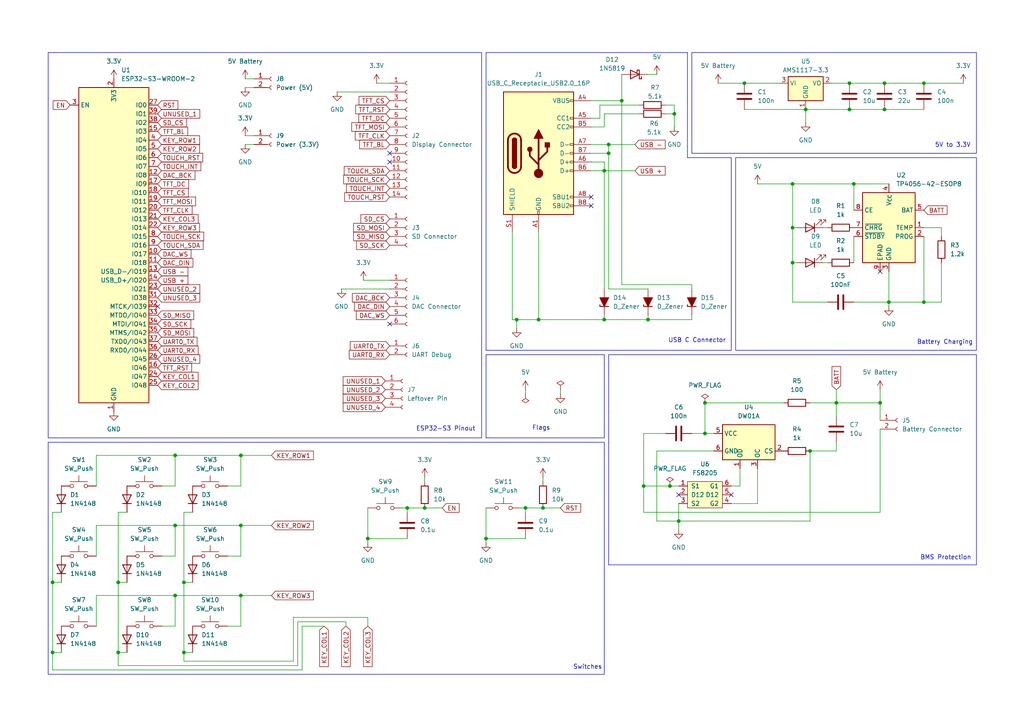
<source format=kicad_sch>
(kicad_sch (version 20250114) (generator "eeschema") (generator_version "9.0")
  (paper "A4")
  (rectangle (start 13.97 15.24) (end 139.7 127))
  (rectangle (start 13.97 128.27) (end 175.26 195.58))
  (rectangle (start 200.66 15.24) (end 283.21 44.45))
  (rectangle (start 213.36 45.72) (end 283.21 101.6))
  (text "5V to 3.3V" (at 276.352 42.164 0) (effects (font (size 1.27 1.27))))
  (text "Flags" (at 156.972 124.206 0) (effects (font (size 1.27 1.27))))
  (text "BMS Protection" (at 274.32 161.798 0) (effects (font (size 1.27 1.27))))
  (text "Switches" (at 170.434 193.548 0) (effects (font (size 1.27 1.27))))
  (text "ESP32-S3 Pinout" (at 129.286 124.46 0) (effects (font (size 1.27 1.27))))
  (text "Battery Charging" (at 274.066 99.314 0) (effects (font (size 1.27 1.27))))
  (text "USB C Connector" (at 202.184 98.806 0) (effects (font (size 1.27 1.27))))
  (junction (at 53.34 168.91))
  (junction (at 229.87 66.04))
  (junction (at 186.69 140.97))
  (junction (at 69.85 132.08))
  (junction (at 50.8 172.72))
  (junction (at 194.31 140.97))
  (junction (at 229.87 76.2))
  (junction (at 233.68 31.75))
  (junction (at 246.38 24.13))
  (junction (at 256.54 31.75))
  (junction (at 180.34 29.21))
  (junction (at 140.97 156.21))
  (junction (at 69.85 172.72))
  (junction (at 247.65 53.34))
  (junction (at 149.86 92.71))
  (junction (at 246.38 31.75))
  (junction (at 242.57 116.84))
  (junction (at 156.21 92.71))
  (junction (at 215.9 24.13))
  (junction (at 15.24 189.23))
  (junction (at 195.58 33.02))
  (junction (at 69.85 152.4))
  (junction (at 229.87 53.34))
  (junction (at 106.68 156.21))
  (junction (at 53.34 189.23))
  (junction (at 152.4 147.32))
  (junction (at 123.19 147.32))
  (junction (at 157.48 147.32))
  (junction (at 234.95 130.81))
  (junction (at 175.26 92.71))
  (junction (at 255.27 116.84))
  (junction (at 50.8 152.4))
  (junction (at 267.97 87.63))
  (junction (at 267.97 24.13))
  (junction (at 204.47 125.73))
  (junction (at 34.29 189.23))
  (junction (at 34.29 168.91))
  (junction (at 118.11 147.32))
  (junction (at 196.85 151.13))
  (junction (at 50.8 132.08))
  (junction (at 176.53 44.45))
  (junction (at 175.26 49.53))
  (junction (at 187.96 92.71))
  (junction (at 204.47 116.84))
  (junction (at 256.54 24.13))
  (junction (at 15.24 168.91))
  (junction (at 176.53 41.91))
  (junction (at 257.81 87.63))
  (no_connect (at 171.45 59.69))
  (no_connect (at 171.45 57.15))
  (no_connect (at 45.72 88.9))
  (no_connect (at 113.03 93.98))
  (no_connect (at 212.09 143.51))
  (no_connect (at 113.03 44.45))
  (no_connect (at 255.27 78.74))
  (no_connect (at 196.85 143.51))
  (no_connect (at 113.03 46.99))
  (wire (pts (xy 200.66 92.71) (xy 200.66 91.44)))
  (wire (pts (xy 152.4 147.32) (xy 151.13 147.32)))
  (wire (pts (xy 196.85 151.13) (xy 196.85 153.67)))
  (wire (pts (xy 71.12 22.86) (xy 73.66 22.86)))
  (wire (pts (xy 175.26 36.83) (xy 175.26 33.02)))
  (wire (pts (xy 85.09 179.07) (xy 85.09 191.77)))
  (wire (pts (xy 238.76 66.04) (xy 240.03 66.04)))
  (wire (pts (xy 207.01 130.81) (xy 190.5 130.81)))
  (wire (pts (xy 233.68 31.75) (xy 233.68 35.56)))
  (wire (pts (xy 195.58 30.48) (xy 195.58 33.02)))
  (wire (pts (xy 187.96 92.71) (xy 200.66 92.71)))
  (wire (pts (xy 34.29 168.91) (xy 34.29 189.23)))
  (wire (pts (xy 149.86 92.71) (xy 149.86 95.25)))
  (wire (pts (xy 50.8 181.61) (xy 50.8 172.72)))
  (wire (pts (xy 86.36 180.34) (xy 86.36 193.04)))
  (wire (pts (xy 152.4 114.3) (xy 152.4 113.03)))
  (wire (pts (xy 175.26 92.71) (xy 187.96 92.71)))
  (wire (pts (xy 171.45 29.21) (xy 180.34 29.21)))
  (wire (pts (xy 97.79 26.67) (xy 113.03 26.67)))
  (wire (pts (xy 175.26 49.53) (xy 175.26 83.82)))
  (polyline (pts (xy 283.21 102.87) (xy 176.53 102.87)))
  (polyline (pts (xy 175.26 118.11) (xy 175.26 118.11)))
  (wire (pts (xy 157.48 138.43) (xy 157.48 139.7)))
  (wire (pts (xy 87.63 194.31) (xy 15.24 194.31)))
  (wire (pts (xy 196.85 151.13) (xy 196.85 146.05)))
  (wire (pts (xy 273.05 66.04) (xy 273.05 68.58)))
  (polyline (pts (xy 176.53 119.38) (xy 176.53 119.38)))
  (polyline (pts (xy 140.97 101.6) (xy 140.97 15.24)))
  (wire (pts (xy 176.53 83.82) (xy 176.53 44.45)))
  (wire (pts (xy 34.29 189.23) (xy 36.83 189.23)))
  (wire (pts (xy 156.21 67.31) (xy 156.21 92.71)))
  (wire (pts (xy 171.45 41.91) (xy 176.53 41.91)))
  (wire (pts (xy 242.57 116.84) (xy 255.27 116.84)))
  (wire (pts (xy 229.87 53.34) (xy 229.87 66.04)))
  (wire (pts (xy 34.29 148.59) (xy 36.83 148.59)))
  (wire (pts (xy 118.11 156.21) (xy 106.68 156.21)))
  (wire (pts (xy 212.09 140.97) (xy 214.63 140.97)))
  (wire (pts (xy 15.24 189.23) (xy 17.78 189.23)))
  (wire (pts (xy 240.03 87.63) (xy 229.87 87.63)))
  (wire (pts (xy 106.68 181.61) (xy 106.68 179.07)))
  (wire (pts (xy 100.33 180.34) (xy 100.33 181.61)))
  (wire (pts (xy 105.41 81.28) (xy 113.03 81.28)))
  (wire (pts (xy 256.54 24.13) (xy 267.97 24.13)))
  (wire (pts (xy 175.26 49.53) (xy 184.15 49.53)))
  (wire (pts (xy 148.59 67.31) (xy 148.59 92.71)))
  (wire (pts (xy 171.45 36.83) (xy 175.26 36.83)))
  (wire (pts (xy 34.29 193.04) (xy 34.29 189.23)))
  (wire (pts (xy 55.88 168.91) (xy 53.34 168.91)))
  (wire (pts (xy 196.85 140.97) (xy 194.31 140.97)))
  (wire (pts (xy 273.05 87.63) (xy 267.97 87.63)))
  (wire (pts (xy 171.45 49.53) (xy 175.26 49.53)))
  (wire (pts (xy 69.85 172.72) (xy 69.85 181.61)))
  (wire (pts (xy 36.83 168.91) (xy 34.29 168.91)))
  (wire (pts (xy 234.95 130.81) (xy 242.57 130.81)))
  (wire (pts (xy 242.57 116.84) (xy 242.57 113.03)))
  (polyline (pts (xy 176.53 163.83) (xy 283.21 163.83)))
  (wire (pts (xy 247.65 87.63) (xy 257.81 87.63)))
  (wire (pts (xy 50.8 152.4) (xy 27.94 152.4)))
  (wire (pts (xy 53.34 191.77) (xy 53.34 189.23)))
  (wire (pts (xy 175.26 91.44) (xy 175.26 92.71)))
  (polyline (pts (xy 212.09 101.6) (xy 140.97 101.6)))
  (wire (pts (xy 87.63 181.61) (xy 87.63 194.31)))
  (wire (pts (xy 66.04 161.29) (xy 69.85 161.29)))
  (wire (pts (xy 106.68 179.07) (xy 85.09 179.07)))
  (wire (pts (xy 200.66 125.73) (xy 204.47 125.73)))
  (wire (pts (xy 195.58 33.02) (xy 195.58 36.83)))
  (wire (pts (xy 118.11 147.32) (xy 118.11 148.59)))
  (wire (pts (xy 100.33 180.34) (xy 86.36 180.34)))
  (wire (pts (xy 257.81 87.63) (xy 257.81 88.9)))
  (wire (pts (xy 46.99 140.97) (xy 50.8 140.97)))
  (wire (pts (xy 229.87 76.2) (xy 229.87 87.63)))
  (wire (pts (xy 175.26 49.53) (xy 175.26 46.99)))
  (polyline (pts (xy 199.39 15.24) (xy 199.39 45.72)))
  (wire (pts (xy 171.45 46.99) (xy 175.26 46.99)))
  (wire (pts (xy 180.34 21.59) (xy 180.34 29.21)))
  (wire (pts (xy 246.38 24.13) (xy 256.54 24.13)))
  (wire (pts (xy 15.24 194.31) (xy 15.24 189.23)))
  (wire (pts (xy 219.71 146.05) (xy 219.71 135.89)))
  (wire (pts (xy 257.81 78.74) (xy 257.81 87.63)))
  (wire (pts (xy 234.95 116.84) (xy 242.57 116.84)))
  (wire (pts (xy 229.87 53.34) (xy 247.65 53.34)))
  (wire (pts (xy 215.9 31.75) (xy 233.68 31.75)))
  (wire (pts (xy 106.68 156.21) (xy 106.68 157.48)))
  (wire (pts (xy 15.24 168.91) (xy 17.78 168.91)))
  (wire (pts (xy 71.12 25.4) (xy 73.66 25.4)))
  (wire (pts (xy 267.97 87.63) (xy 257.81 87.63)))
  (wire (pts (xy 53.34 148.59) (xy 55.88 148.59)))
  (wire (pts (xy 99.06 83.82) (xy 113.03 83.82)))
  (wire (pts (xy 256.54 31.75) (xy 267.97 31.75)))
  (wire (pts (xy 255.27 148.59) (xy 186.69 148.59)))
  (wire (pts (xy 204.47 116.84) (xy 204.47 125.73)))
  (wire (pts (xy 71.12 41.91) (xy 73.66 41.91)))
  (wire (pts (xy 227.33 116.84) (xy 204.47 116.84)))
  (polyline (pts (xy 140.97 15.24) (xy 199.39 15.24)))
  (wire (pts (xy 204.47 125.73) (xy 207.01 125.73)))
  (wire (pts (xy 242.57 116.84) (xy 242.57 120.65)))
  (polyline (pts (xy 176.53 128.27) (xy 176.53 163.83)))
  (wire (pts (xy 157.48 147.32) (xy 162.56 147.32)))
  (wire (pts (xy 46.99 161.29) (xy 50.8 161.29)))
  (wire (pts (xy 152.4 156.21) (xy 140.97 156.21)))
  (wire (pts (xy 93.98 181.61) (xy 87.63 181.61)))
  (wire (pts (xy 15.24 148.59) (xy 15.24 168.91)))
  (polyline (pts (xy 176.53 128.27) (xy 176.53 128.27)))
  (wire (pts (xy 148.59 92.71) (xy 149.86 92.71)))
  (wire (pts (xy 118.11 147.32) (xy 116.84 147.32)))
  (wire (pts (xy 27.94 152.4) (xy 27.94 161.29)))
  (wire (pts (xy 152.4 147.32) (xy 152.4 148.59)))
  (wire (pts (xy 71.12 39.37) (xy 73.66 39.37)))
  (wire (pts (xy 27.94 172.72) (xy 27.94 181.61)))
  (wire (pts (xy 247.65 76.2) (xy 247.65 68.58)))
  (wire (pts (xy 215.9 24.13) (xy 226.06 24.13)))
  (wire (pts (xy 69.85 132.08) (xy 50.8 132.08)))
  (wire (pts (xy 109.22 24.13) (xy 113.03 24.13)))
  (wire (pts (xy 176.53 44.45) (xy 176.53 41.91)))
  (wire (pts (xy 106.68 147.32) (xy 106.68 156.21)))
  (wire (pts (xy 171.45 44.45) (xy 176.53 44.45)))
  (wire (pts (xy 78.74 152.4) (xy 69.85 152.4)))
  (polyline (pts (xy 140.97 102.87) (xy 175.26 102.87)))
  (wire (pts (xy 273.05 76.2) (xy 273.05 87.63)))
  (wire (pts (xy 193.04 30.48) (xy 195.58 30.48)))
  (wire (pts (xy 123.19 138.43) (xy 123.19 139.7)))
  (wire (pts (xy 78.74 172.72) (xy 69.85 172.72)))
  (wire (pts (xy 234.95 130.81) (xy 234.95 151.13)))
  (wire (pts (xy 257.81 53.34) (xy 247.65 53.34)))
  (wire (pts (xy 180.34 29.21) (xy 180.34 82.55)))
  (polyline (pts (xy 175.26 118.11) (xy 175.26 102.87)))
  (wire (pts (xy 212.09 146.05) (xy 219.71 146.05)))
  (wire (pts (xy 78.74 132.08) (xy 69.85 132.08)))
  (wire (pts (xy 17.78 148.59) (xy 15.24 148.59)))
  (wire (pts (xy 186.69 125.73) (xy 193.04 125.73)))
  (wire (pts (xy 46.99 181.61) (xy 50.8 181.61)))
  (wire (pts (xy 140.97 147.32) (xy 140.97 156.21)))
  (wire (pts (xy 229.87 66.04) (xy 231.14 66.04)))
  (wire (pts (xy 173.99 34.29) (xy 173.99 30.48)))
  (wire (pts (xy 208.28 24.13) (xy 215.9 24.13)))
  (wire (pts (xy 171.45 34.29) (xy 173.99 34.29)))
  (polyline (pts (xy 212.09 45.72) (xy 212.09 101.6)))
  (wire (pts (xy 173.99 30.48) (xy 185.42 30.48)))
  (wire (pts (xy 214.63 140.97) (xy 214.63 135.89)))
  (wire (pts (xy 190.5 151.13) (xy 196.85 151.13)))
  (polyline (pts (xy 176.53 102.87) (xy 176.53 119.38)))
  (wire (pts (xy 233.68 31.75) (xy 246.38 31.75)))
  (polyline (pts (xy 175.26 127) (xy 175.26 118.11)))
  (polyline (pts (xy 140.97 102.87) (xy 140.97 127)))
  (wire (pts (xy 69.85 132.08) (xy 69.85 140.97)))
  (wire (pts (xy 156.21 92.71) (xy 149.86 92.71)))
  (wire (pts (xy 53.34 168.91) (xy 53.34 189.23)))
  (wire (pts (xy 241.3 24.13) (xy 246.38 24.13)))
  (wire (pts (xy 255.27 116.84) (xy 255.27 121.92)))
  (wire (pts (xy 194.31 140.97) (xy 186.69 140.97)))
  (wire (pts (xy 50.8 161.29) (xy 50.8 152.4)))
  (wire (pts (xy 242.57 130.81) (xy 242.57 128.27)))
  (wire (pts (xy 247.65 53.34) (xy 247.65 60.96)))
  (wire (pts (xy 50.8 172.72) (xy 27.94 172.72)))
  (wire (pts (xy 69.85 152.4) (xy 50.8 152.4)))
  (wire (pts (xy 255.27 113.03) (xy 255.27 116.84)))
  (wire (pts (xy 69.85 161.29) (xy 69.85 152.4)))
  (wire (pts (xy 86.36 193.04) (xy 34.29 193.04)))
  (wire (pts (xy 34.29 168.91) (xy 34.29 148.59)))
  (wire (pts (xy 180.34 82.55) (xy 200.66 82.55)))
  (wire (pts (xy 123.19 147.32) (xy 128.27 147.32)))
  (polyline (pts (xy 283.21 163.83) (xy 283.21 102.87)))
  (wire (pts (xy 234.95 151.13) (xy 196.85 151.13)))
  (wire (pts (xy 187.96 91.44) (xy 187.96 92.71)))
  (wire (pts (xy 50.8 132.08) (xy 27.94 132.08)))
  (wire (pts (xy 267.97 24.13) (xy 279.4 24.13)))
  (wire (pts (xy 66.04 140.97) (xy 69.85 140.97)))
  (polyline (pts (xy 176.53 119.38) (xy 176.53 128.27)))
  (wire (pts (xy 200.66 82.55) (xy 200.66 83.82)))
  (wire (pts (xy 176.53 41.91) (xy 184.15 41.91)))
  (wire (pts (xy 193.04 33.02) (xy 195.58 33.02)))
  (wire (pts (xy 255.27 124.46) (xy 255.27 148.59)))
  (wire (pts (xy 118.11 147.32) (xy 123.19 147.32)))
  (polyline (pts (xy 199.39 45.72) (xy 212.09 45.72)))
  (wire (pts (xy 186.69 140.97) (xy 186.69 125.73)))
  (wire (pts (xy 219.71 53.34) (xy 229.87 53.34)))
  (wire (pts (xy 190.5 130.81) (xy 190.5 151.13)))
  (wire (pts (xy 187.96 83.82) (xy 176.53 83.82)))
  (wire (pts (xy 190.5 21.59) (xy 187.96 21.59)))
  (wire (pts (xy 186.69 148.59) (xy 186.69 140.97)))
  (wire (pts (xy 162.56 114.3) (xy 162.56 113.03)))
  (wire (pts (xy 66.04 181.61) (xy 69.85 181.61)))
  (wire (pts (xy 238.76 76.2) (xy 240.03 76.2)))
  (wire (pts (xy 267.97 68.58) (xy 267.97 87.63)))
  (wire (pts (xy 175.26 33.02) (xy 185.42 33.02)))
  (wire (pts (xy 140.97 156.21) (xy 140.97 157.48)))
  (wire (pts (xy 85.09 191.77) (xy 53.34 191.77)))
  (wire (pts (xy 69.85 172.72) (xy 50.8 172.72)))
  (wire (pts (xy 229.87 76.2) (xy 231.14 76.2)))
  (wire (pts (xy 152.4 147.32) (xy 157.48 147.32)))
  (wire (pts (xy 53.34 168.91) (xy 53.34 148.59)))
  (wire (pts (xy 15.24 168.91) (xy 15.24 189.23)))
  (wire (pts (xy 50.8 140.97) (xy 50.8 132.08)))
  (wire (pts (xy 267.97 66.04) (xy 273.05 66.04)))
  (wire (pts (xy 246.38 31.75) (xy 256.54 31.75)))
  (wire (pts (xy 156.21 92.71) (xy 175.26 92.71)))
  (wire (pts (xy 27.94 132.08) (xy 27.94 140.97)))
  (polyline (pts (xy 140.97 127) (xy 175.26 127)))
  (wire (pts (xy 229.87 66.04) (xy 229.87 76.2)))
  (wire (pts (xy 55.88 189.23) (xy 53.34 189.23)))
  (global_label "KEY_ROW3" (shape input) (at 78.74 172.72 0) (property "Intersheetrefs" "${INTERSHEET_REFS}" (effects (hide yes))))
  (global_label "SD_MOSI" (shape input) (at 45.72 96.52 0) (property "Intersheetrefs" "${INTERSHEET_REFS}" (effects (hide yes))))
  (global_label "UNUSED_1" (shape input) (at 45.72 33.02 0) (property "Intersheetrefs" "${INTERSHEET_REFS}" (effects (hide yes))))
  (global_label "SD_CS" (shape input) (at 45.72 35.56 0) (property "Intersheetrefs" "${INTERSHEET_REFS}" (effects (hide yes))))
  (global_label "UNUSED_3" (shape input) (at 111.76 115.57 180) (property "Intersheetrefs" "${INTERSHEET_REFS}" (effects (hide yes))))
  (global_label "USB -" (shape input) (at 184.15 41.91 0) (property "Intersheetrefs" "${INTERSHEET_REFS}" (effects (hide yes))))
  (global_label "UNUSED_4" (shape input) (at 111.76 118.11 180) (property "Intersheetrefs" "${INTERSHEET_REFS}" (effects (hide yes))))
  (global_label "TOUCH_RST" (shape input) (at 45.72 45.72 0) (property "Intersheetrefs" "${INTERSHEET_REFS}" (effects (hide yes))))
  (global_label "BATT" (shape input) (at 242.57 113.03 90) (property "Intersheetrefs" "${INTERSHEET_REFS}" (effects (hide yes))))
  (global_label "TOUCH_SDA" (shape input) (at 45.72 71.12 0) (property "Intersheetrefs" "${INTERSHEET_REFS}" (effects (hide yes))))
  (global_label "TOUCH_RST" (shape input) (at 113.03 57.15 180) (property "Intersheetrefs" "${INTERSHEET_REFS}" (effects (hide yes))))
  (global_label "DAC_WS" (shape input) (at 45.72 73.66 0) (property "Intersheetrefs" "${INTERSHEET_REFS}" (effects (hide yes))))
  (global_label "TOUCH_INT" (shape input) (at 45.72 48.26 0) (property "Intersheetrefs" "${INTERSHEET_REFS}" (effects (hide yes))))
  (global_label "UNUSED_1" (shape input) (at 111.76 110.49 180) (property "Intersheetrefs" "${INTERSHEET_REFS}" (effects (hide yes))))
  (global_label "KEY_ROW2" (shape input) (at 45.72 43.18 0) (property "Intersheetrefs" "${INTERSHEET_REFS}" (effects (hide yes))))
  (global_label "TFT_BL" (shape input) (at 113.03 41.91 180) (property "Intersheetrefs" "${INTERSHEET_REFS}" (effects (hide yes))))
  (global_label "UNUSED_4" (shape input) (at 45.72 104.14 0) (property "Intersheetrefs" "${INTERSHEET_REFS}" (effects (hide yes))))
  (global_label "KEY_ROW1" (shape input) (at 45.72 40.64 0) (property "Intersheetrefs" "${INTERSHEET_REFS}" (effects (hide yes))))
  (global_label "RST" (shape input) (at 45.72 30.48 0) (property "Intersheetrefs" "${INTERSHEET_REFS}" (effects (hide yes))))
  (global_label "TFT_MOSI" (shape input) (at 45.72 58.42 0) (property "Intersheetrefs" "${INTERSHEET_REFS}" (effects (hide yes))))
  (global_label "TFT_CLK" (shape input) (at 113.03 39.37 180) (property "Intersheetrefs" "${INTERSHEET_REFS}" (effects (hide yes))))
  (global_label "USB -" (shape input) (at 45.72 78.74 0) (property "Intersheetrefs" "${INTERSHEET_REFS}" (effects (hide yes))))
  (global_label "SD_SCK" (shape input) (at 113.03 71.12 180) (property "Intersheetrefs" "${INTERSHEET_REFS}" (effects (hide yes))))
  (global_label "KEY_COL3" (shape input) (at 106.68 181.61 270) (property "Intersheetrefs" "${INTERSHEET_REFS}" (effects (hide yes))))
  (global_label "TOUCH_SDA" (shape input) (at 113.03 49.53 180) (property "Intersheetrefs" "${INTERSHEET_REFS}" (effects (hide yes))))
  (global_label "DAC_BCK" (shape input) (at 113.03 86.36 180) (property "Intersheetrefs" "${INTERSHEET_REFS}" (effects (hide yes))))
  (global_label "SD_MOSI" (shape input) (at 113.03 66.04 180) (property "Intersheetrefs" "${INTERSHEET_REFS}" (effects (hide yes))))
  (global_label "BATT" (shape input) (at 267.97 60.96 0) (property "Intersheetrefs" "${INTERSHEET_REFS}" (effects (hide yes))))
  (global_label "UART0_RX" (shape input) (at 45.72 101.6 0) (property "Intersheetrefs" "${INTERSHEET_REFS}" (effects (hide yes))))
  (global_label "TOUCH_INT" (shape input) (at 113.03 54.61 180) (property "Intersheetrefs" "${INTERSHEET_REFS}" (effects (hide yes))))
  (global_label "KEY_ROW2" (shape input) (at 78.74 152.4 0) (property "Intersheetrefs" "${INTERSHEET_REFS}" (effects (hide yes))))
  (global_label "USB +" (shape input) (at 184.15 49.53 0) (property "Intersheetrefs" "${INTERSHEET_REFS}" (effects (hide yes))))
  (global_label "DAC_DIN" (shape input) (at 45.72 76.2 0) (property "Intersheetrefs" "${INTERSHEET_REFS}" (effects (hide yes))))
  (global_label "UART0_TX" (shape input) (at 113.03 100.33 180) (property "Intersheetrefs" "${INTERSHEET_REFS}" (effects (hide yes))))
  (global_label "TOUCH_SCK" (shape input) (at 113.03 52.07 180) (property "Intersheetrefs" "${INTERSHEET_REFS}" (effects (hide yes))))
  (global_label "TFT_CLK" (shape input) (at 45.72 60.96 0) (property "Intersheetrefs" "${INTERSHEET_REFS}" (effects (hide yes))))
  (global_label "UNUSED_2" (shape input) (at 45.72 83.82 0) (property "Intersheetrefs" "${INTERSHEET_REFS}" (effects (hide yes))))
  (global_label "KEY_COL2" (shape input) (at 45.72 111.76 0) (property "Intersheetrefs" "${INTERSHEET_REFS}" (effects (hide yes))))
  (global_label "SD_CS" (shape input) (at 113.03 63.5 180) (property "Intersheetrefs" "${INTERSHEET_REFS}" (effects (hide yes))))
  (global_label "DAC_WS" (shape input) (at 113.03 91.44 180) (property "Intersheetrefs" "${INTERSHEET_REFS}" (effects (hide yes))))
  (global_label "TFT_RST" (shape input) (at 113.03 31.75 180) (property "Intersheetrefs" "${INTERSHEET_REFS}" (effects (hide yes))))
  (global_label "UART0_RX" (shape input) (at 113.03 102.87 180) (property "Intersheetrefs" "${INTERSHEET_REFS}" (effects (hide yes))))
  (global_label "SD_SCK" (shape input) (at 45.72 93.98 0) (property "Intersheetrefs" "${INTERSHEET_REFS}" (effects (hide yes))))
  (global_label "TFT_MOSI" (shape input) (at 113.03 36.83 180) (property "Intersheetrefs" "${INTERSHEET_REFS}" (effects (hide yes))))
  (global_label "KEY_COL2" (shape input) (at 100.33 181.61 270) (property "Intersheetrefs" "${INTERSHEET_REFS}" (effects (hide yes))))
  (global_label "TFT_CS" (shape input) (at 113.03 29.21 180) (property "Intersheetrefs" "${INTERSHEET_REFS}" (effects (hide yes))))
  (global_label "SD_MISO" (shape input) (at 45.72 91.44 0) (property "Intersheetrefs" "${INTERSHEET_REFS}" (effects (hide yes))))
  (global_label "TFT_CS" (shape input) (at 45.72 55.88 0) (property "Intersheetrefs" "${INTERSHEET_REFS}" (effects (hide yes))))
  (global_label "UART0_TX" (shape input) (at 45.72 99.06 0) (property "Intersheetrefs" "${INTERSHEET_REFS}" (effects (hide yes))))
  (global_label "TOUCH_SCK" (shape input) (at 45.72 68.58 0) (property "Intersheetrefs" "${INTERSHEET_REFS}" (effects (hide yes))))
  (global_label "KEY_ROW3" (shape input) (at 45.72 66.04 0) (property "Intersheetrefs" "${INTERSHEET_REFS}" (effects (hide yes))))
  (global_label "UNUSED_3" (shape input) (at 45.72 86.36 0) (property "Intersheetrefs" "${INTERSHEET_REFS}" (effects (hide yes))))
  (global_label "EN" (shape input) (at 128.27 147.32 0) (property "Intersheetrefs" "${INTERSHEET_REFS}" (effects (hide yes))))
  (global_label "KEY_COL3" (shape input) (at 45.72 63.5 0) (property "Intersheetrefs" "${INTERSHEET_REFS}" (effects (hide yes))))
  (global_label "RST" (shape input) (at 162.56 147.32 0) (property "Intersheetrefs" "${INTERSHEET_REFS}" (effects (hide yes))))
  (global_label "TFT_BL" (shape input) (at 45.72 38.1 0) (property "Intersheetrefs" "${INTERSHEET_REFS}" (effects (hide yes))))
  (global_label "DAC_BCK" (shape input) (at 45.72 50.8 0) (property "Intersheetrefs" "${INTERSHEET_REFS}" (effects (hide yes))))
  (global_label "TFT_RST" (shape input) (at 45.72 106.68 0) (property "Intersheetrefs" "${INTERSHEET_REFS}" (effects (hide yes))))
  (global_label "TFT_DC" (shape input) (at 45.72 53.34 0) (property "Intersheetrefs" "${INTERSHEET_REFS}" (effects (hide yes))))
  (global_label "UNUSED_2" (shape input) (at 111.76 113.03 180) (property "Intersheetrefs" "${INTERSHEET_REFS}" (effects (hide yes))))
  (global_label "EN" (shape input) (at 20.32 30.48 180) (property "Intersheetrefs" "${INTERSHEET_REFS}" (effects (hide yes))))
  (global_label "KEY_ROW1" (shape input) (at 78.74 132.08 0) (property "Intersheetrefs" "${INTERSHEET_REFS}" (effects (hide yes))))
  (global_label "KEY_COL1" (shape input) (at 45.72 109.22 0) (property "Intersheetrefs" "${INTERSHEET_REFS}" (effects (hide yes))))
  (global_label "DAC_DIN" (shape input) (at 113.03 88.9 180) (property "Intersheetrefs" "${INTERSHEET_REFS}" (effects (hide yes))))
  (global_label "KEY_COL1" (shape input) (at 93.98 181.61 270) (property "Intersheetrefs" "${INTERSHEET_REFS}" (effects (hide yes))))
  (global_label "TFT_DC" (shape input) (at 113.03 34.29 180) (property "Intersheetrefs" "${INTERSHEET_REFS}" (effects (hide yes))))
  (global_label "USB +" (shape input) (at 45.72 81.28 0) (property "Intersheetrefs" "${INTERSHEET_REFS}" (effects (hide yes))))
  (global_label "SD_MISO" (shape input) (at 113.03 68.58 180) (property "Intersheetrefs" "${INTERSHEET_REFS}" (effects (hide yes))))
  (symbol (lib_id "power:GND") (at 97.79 26.67 0) (unit 1)
    (property "Reference" "#PWR07" (effects (hide yes)))
    (property "Value" "GND" (at 97.79 31.75 0))
    (property "Description" "Power symbol creates a global label with name \"GND\" , ground" (effects (hide yes)))
  )
  (symbol (lib_id "Switch:SW_Push") (at 41.91 140.97 0) (unit 1)
    (property "Reference" "SW2" (at 41.91 133.35 0))
    (property "Value" "SW_Push" (at 41.91 135.89 0))
    (property "Footprint" "PCM_Switch_Keyboard_Hotswap_Kailh:SW_Hotswap_Kailh_Choc_V1V2" (effects (hide yes)))
    (property "Description" "Push button switch, generic, two pins" (effects (hide yes)))
  )
  (symbol (lib_id "power:GND") (at 99.06 83.82 0) (unit 1)
    (property "Reference" "#PWR08" (effects (hide yes)))
    (property "Value" "GND" (at 99.06 88.9 0))
    (property "Description" "Power symbol creates a global label with name \"GND\" , ground" (effects (hide yes)))
  )
  (symbol (lib_id "Device:R") (at 231.14 130.81 90) (unit 1)
    (property "Reference" "R4" (at 231.14 124.46 90))
    (property "Value" "1k" (at 231.14 127 90))
    (property "Footprint" "Resistor_SMD:R_0805_2012Metric" (effects (hide yes)))
    (property "Description" "Resistor" (effects (hide yes)))
  )
  (symbol (lib_id "Device:C") (at 118.11 152.4 0) (unit 1)
    (property "Reference" "C8" (at 121.92 151.1299 0) (effects (justify left)))
    (property "Value" "0.1u" (at 121.92 153.6699 0) (effects (justify left)))
    (property "Description" "Unpolarized capacitor" (effects (hide yes)))
  )
  (symbol (lib_id "Connector:Conn_01x02_Socket") (at 78.74 39.37 0) (unit 1)
    (property "Reference" "J9" (at 80.01 39.3699 0) (effects (justify left)))
    (property "Value" "Power (3.3V)" (at 80.01 41.9099 0) (effects (justify left)))
    (property "Footprint" "Connector_PinSocket_2.00mm:PinSocket_1x02_P2.00mm_Vertical" (effects (hide yes)))
    (property "Description" "Generic connector, single row, 01x02, script generated" (effects (hide yes)))
  )
  (symbol (lib_id "Device:C") (at 267.97 27.94 0) (unit 1)
    (property "Reference" "C4" (at 271.78 26.6699 0) (effects (justify left)))
    (property "Value" "100n" (at 271.78 29.2099 0) (effects (justify left)))
    (property "Footprint" "Capacitor_SMD:C_0805_2012Metric" (effects (hide yes)))
    (property "Description" "Unpolarized capacitor" (effects (hide yes)))
  )
  (symbol (lib_id "Diode:1N5819") (at 184.15 21.59 180) (unit 1)
    (property "Reference" "D12" (at 177.546 17.272 0))
    (property "Value" "1N5819" (at 177.546 19.812 0))
    (property "Footprint" "Diode_THT:D_DO-41_SOD81_P10.16mm_Horizontal" (effects (hide yes)))
    (property "Datasheet" "http://www.vishay.com/docs/88525/1n5817.pdf" (effects (hide yes)))
    (property "Description" "40V 1A Schottky Barrier Rectifier Diode, DO-41" (effects (hide yes)))
  )
  (symbol (lib_id "power:GND") (at 196.85 153.67 0) (unit 1)
    (property "Reference" "#PWR011" (effects (hide yes)))
    (property "Value" "GND" (at 196.85 158.75 0))
    (property "Description" "Power symbol creates a global label with name \"GND\" , ground" (effects (hide yes)))
  )
  (symbol (lib_id "PCM_marbastlib-various:FS8205") (at 204.47 143.51 0) (unit 1)
    (property "Reference" "U6" (at 204.47 134.62 0))
    (property "Value" "FS8205" (at 204.47 137.16 0))
    (property "Footprint" "Package_TO_SOT_SMD:SOT-23-6" (effects (hide yes)))
    (property "Datasheet" "https://datasheet.lcsc.com/szlcsc/Fortune-Semicon-FS8205_C32254.pdf" (effects (hide yes)))
    (property "Description" "Dual N-Channel enhancement mode power MOSFET" (effects (hide yes)))
    (property "LCSC" "C32254" (effects (hide yes)))
  )
  (symbol (lib_id "Switch:SW_Push") (at 22.86 140.97 0) (unit 1)
    (property "Reference" "SW1" (at 22.86 133.35 0))
    (property "Value" "SW_Push" (at 22.86 135.89 0))
    (property "Footprint" "PCM_Switch_Keyboard_Hotswap_Kailh:SW_Hotswap_Kailh_Choc_V1V2" (effects (hide yes)))
    (property "Description" "Push button switch, generic, two pins" (effects (hide yes)))
  )
  (symbol (lib_id "power:GND") (at 33.02 119.38 0) (unit 1)
    (property "Reference" "#PWR02" (effects (hide yes)))
    (property "Value" "GND" (at 33.02 124.46 0))
    (property "Description" "Power symbol creates a global label with name \"GND\" , ground" (effects (hide yes)))
  )
  (symbol (lib_id "power:VCC") (at 279.4 24.13 0) (unit 1)
    (property "Reference" "#PWR05" (effects (hide yes)))
    (property "Value" "3.3V" (at 279.4 19.05 0))
    (property "Description" "Power symbol creates a global label with name \"VCC\"" (effects (hide yes)))
  )
  (symbol (lib_id "power:GND") (at 71.12 41.91 0) (unit 1)
    (property "Reference" "#PWR023" (effects (hide yes)))
    (property "Value" "GND" (at 71.12 46.99 0))
    (property "Description" "Power symbol creates a global label with name \"GND\" , ground" (effects (hide yes)))
  )
  (symbol (lib_id "Device:R") (at 231.14 116.84 90) (unit 1)
    (property "Reference" "R5" (at 231.14 110.49 90))
    (property "Value" "100" (at 231.14 113.03 90))
    (property "Footprint" "Resistor_SMD:R_0805_2012Metric" (effects (hide yes)))
    (property "Description" "Resistor" (effects (hide yes)))
  )
  (symbol (lib_id "power:GND") (at 257.81 88.9 0) (unit 1)
    (property "Reference" "#PWR010" (effects (hide yes)))
    (property "Value" "GND" (at 257.81 93.98 0))
    (property "Description" "Power symbol creates a global label with name \"GND\" , ground" (effects (hide yes)))
  )
  (symbol (lib_id "Connector:Conn_01x04_Socket") (at 116.84 113.03 0) (unit 1)
    (property "Reference" "J7" (at 118.11 113.0299 0) (effects (justify left)))
    (property "Value" "Leftover Pin" (at 118.11 115.5699 0) (effects (justify left)))
    (property "Footprint" "Connector_PinSocket_2.00mm:PinSocket_1x04_P2.00mm_Vertical" (effects (hide yes)))
    (property "Description" "Generic connector, single row, 01x04, script generated" (effects (hide yes)))
  )
  (symbol (lib_id "Switch:SW_Push") (at 60.96 161.29 0) (unit 1)
    (property "Reference" "SW6" (at 60.96 153.67 0))
    (property "Value" "SW_Push" (at 60.96 156.21 0))
    (property "Footprint" "Button_Switch_THT:SW_Tactile_SPST_Angled_PTS645Vx39-2LFS" (effects (hide yes)))
    (property "Description" "Push button switch, generic, two pins" (effects (hide yes)))
  )
  (symbol (lib_id "Diode:1N4148") (at 55.88 165.1 90) (unit 1)
    (property "Reference" "D6" (at 58.42 163.8299 90) (effects (justify right)))
    (property "Value" "1N4148" (at 58.42 166.3699 90) (effects (justify right)))
    (property "Footprint" "Diode_THT:D_DO-35_SOD27_P7.62mm_Horizontal" (effects (hide yes)))
    (property "Datasheet" "https://assets.nexperia.com/documents/data-sheet/1N4148_1N4448.pdf" (effects (hide yes)))
    (property "Description" "100V 0.15A standard switching diode, DO-35" (effects (hide yes)))
    (property "Sim.Device" "D" (effects (hide yes)))
    (property "Sim.Pins" "1=K 2=A" (effects (hide yes)))
  )
  (symbol (lib_id "Battery_Management:TP4056-42-ESOP8") (at 257.81 66.04 0) (unit 1)
    (property "Reference" "U2" (at 259.9533 50.8 0) (effects (justify left)))
    (property "Value" "TP4056-42-ESOP8" (at 259.9533 53.34 0) (effects (justify left)))
    (property "Footprint" "Package_SO:SOIC-8-1EP_3.9x4.9mm_P1.27mm_EP2.41x3.3mm_ThermalVias" (effects (hide yes)))
    (property "Datasheet" "https://www.lcsc.com/datasheet/lcsc_datasheet_2410121619_TOPPOWER-Nanjing-Extension-Microelectronics-TP4056-42-ESOP8_C16581.pdf" (effects (hide yes)))
    (property "Description" "1A Standalone Linear Li-ion/LiPo single-cell battery charger, 4.2V ±1% charge voltage, VCC = 4.0..8.0V, SOIC-8 (SOP-8)" (effects (hide yes)))
  )
  (symbol (lib_id "Switch:SW_Push") (at 60.96 140.97 0) (unit 1)
    (property "Reference" "SW3" (at 60.96 133.35 0))
    (property "Value" "SW_Push" (at 60.96 135.89 0))
    (property "Footprint" "PCM_Switch_Keyboard_Hotswap_Kailh:SW_Hotswap_Kailh_Choc_V1V2" (effects (hide yes)))
    (property "Description" "Push button switch, generic, two pins" (effects (hide yes)))
  )
  (symbol (lib_id "Device:R") (at 157.48 143.51 180) (unit 1)
    (property "Reference" "R9" (at 160.02 142.2399 0) (effects (justify right)))
    (property "Value" "10k" (at 160.02 144.7799 0) (effects (justify right)))
    (property "Footprint" "Resistor_SMD:R_0805_2012Metric" (effects (hide yes)))
    (property "Description" "Resistor" (effects (hide yes)))
  )
  (symbol (lib_id "Device:D_Zener_Filled") (at 175.26 87.63 90) (unit 1)
    (property "Reference" "D14" (at 177.8 86.3599 90) (effects (justify right)))
    (property "Value" "D_Zener" (at 177.8 88.8999 90) (effects (justify right)))
    (property "Footprint" "Diode_SMD:Littelfuse_PolyZen-LS" (effects (hide yes)))
    (property "Description" "Zener diode, filled shape" (effects (hide yes)))
  )
  (symbol (lib_id "power:PWR_FLAG") (at 194.31 140.97 0) (unit 1)
    (property "Reference" "#FLG06" (effects (hide yes)))
    (property "Value" "PWR_FLAG" (at 194.31 135.89 0))
    (property "Description" "Special symbol for telling ERC where power comes from" (effects (hide yes)))
  )
  (symbol (lib_id "Device:D_Zener_Filled") (at 187.96 87.63 90) (unit 1)
    (property "Reference" "D13" (at 190.5 86.3599 90) (effects (justify right)))
    (property "Value" "D_Zener" (at 190.5 88.8999 90) (effects (justify right)))
    (property "Footprint" "Diode_SMD:Littelfuse_PolyZen-LS" (effects (hide yes)))
    (property "Description" "Zener diode, filled shape" (effects (hide yes)))
  )
  (symbol (lib_id "power:VCC") (at 123.19 138.43 0) (unit 1)
    (property "Reference" "#PWR014" (effects (hide yes)))
    (property "Value" "3.3V" (at 123.19 133.35 0))
    (property "Description" "Power symbol creates a global label with name \"VCC\"" (effects (hide yes)))
  )
  (symbol (lib_id "power:VCC") (at 33.02 22.86 0) (unit 1)
    (property "Reference" "#PWR01" (effects (hide yes)))
    (property "Value" "3.3V" (at 33.02 17.78 0))
    (property "Description" "Power symbol creates a global label with name \"VCC\"" (effects (hide yes)))
  )
  (symbol (lib_id "power:VCC") (at 109.22 24.13 0) (unit 1)
    (property "Reference" "#PWR06" (effects (hide yes)))
    (property "Value" "3.3V" (at 109.22 19.05 0))
    (property "Description" "Power symbol creates a global label with name \"VCC\"" (effects (hide yes)))
  )
  (symbol (lib_id "Diode:1N4148") (at 36.83 144.78 90) (unit 1)
    (property "Reference" "D2" (at 39.37 143.5099 90) (effects (justify right)))
    (property "Value" "1N4148" (at 39.37 146.0499 90) (effects (justify right)))
    (property "Footprint" "Diode_THT:D_DO-35_SOD27_P7.62mm_Horizontal" (effects (hide yes)))
    (property "Datasheet" "https://assets.nexperia.com/documents/data-sheet/1N4148_1N4448.pdf" (effects (hide yes)))
    (property "Description" "100V 0.15A standard switching diode, DO-35" (effects (hide yes)))
    (property "Sim.Device" "D" (effects (hide yes)))
    (property "Sim.Pins" "1=K 2=A" (effects (hide yes)))
  )
  (symbol (lib_id "power:VCC") (at 190.5 21.59 0) (unit 1)
    (property "Reference" "#PWR017" (effects (hide yes)))
    (property "Value" "5V" (at 190.5 16.51 0))
    (property "Description" "Power symbol creates a global label with name \"VCC\"" (effects (hide yes)))
  )
  (symbol (lib_id "power:GND") (at 149.86 95.25 0) (unit 1)
    (property "Reference" "#PWR03" (effects (hide yes)))
    (property "Value" "GND" (at 149.86 100.33 0))
    (property "Description" "Power symbol creates a global label with name \"GND\" , ground" (effects (hide yes)))
  )
  (symbol (lib_id "Connector:Conn_01x14_Socket") (at 118.11 39.37 0) (unit 1)
    (property "Reference" "J2" (at 119.38 39.3699 0) (effects (justify left)))
    (property "Value" "Display Connector" (at 119.38 41.9099 0) (effects (justify left)))
    (property "Footprint" "Connector_PinSocket_2.00mm:PinSocket_1x14_P2.00mm_Vertical" (effects (hide yes)))
    (property "Description" "Generic connector, single row, 01x14, script generated" (effects (hide yes)))
  )
  (symbol (lib_id "Device:C") (at 256.54 27.94 0) (unit 1)
    (property "Reference" "C3" (at 260.35 26.6699 0) (effects (justify left)))
    (property "Value" "22u" (at 260.35 29.2099 0) (effects (justify left)))
    (property "Footprint" "Capacitor_SMD:C_0805_2012Metric" (effects (hide yes)))
    (property "Description" "Unpolarized capacitor" (effects (hide yes)))
  )
  (symbol (lib_id "power:VCC") (at 157.48 138.43 0) (unit 1)
    (property "Reference" "#PWR016" (effects (hide yes)))
    (property "Value" "3.3V" (at 157.48 133.35 0))
    (property "Description" "Power symbol creates a global label with name \"VCC\"" (effects (hide yes)))
  )
  (symbol (lib_id "Switch:SW_Push") (at 41.91 161.29 0) (unit 1)
    (property "Reference" "SW5" (at 41.91 153.67 0))
    (property "Value" "SW_Push" (at 41.91 156.21 0))
    (property "Footprint" "Button_Switch_THT:SW_Tactile_SPST_Angled_PTS645Vx39-2LFS" (effects (hide yes)))
    (property "Description" "Push button switch, generic, two pins" (effects (hide yes)))
  )
  (symbol (lib_id "Regulator_Linear:AMS1117-3.3") (at 233.68 24.13 0) (unit 1)
    (property "Reference" "U5" (at 233.68 17.78 0))
    (property "Value" "AMS1117-3.3" (at 233.68 20.32 0))
    (property "Footprint" "Package_TO_SOT_SMD:SOT-223-3_TabPin2" (effects (hide yes)))
    (property "Datasheet" "http://www.advanced-monolithic.com/pdf/ds1117.pdf" (effects (hide yes)))
    (property "Description" "1A Low Dropout regulator, positive, 3.3V fixed output, SOT-223" (effects (hide yes)))
  )
  (symbol (lib_id "Device:C") (at 215.9 27.94 0) (unit 1)
    (property "Reference" "C1" (at 219.71 26.6699 0) (effects (justify left)))
    (property "Value" "100n" (at 219.71 29.2099 0) (effects (justify left)))
    (property "Footprint" "Capacitor_SMD:C_0805_2012Metric" (effects (hide yes)))
    (property "Description" "Unpolarized capacitor" (effects (hide yes)))
  )
  (symbol (lib_id "Connector:Conn_01x04_Socket") (at 118.11 66.04 0) (unit 1)
    (property "Reference" "J3" (at 119.38 66.0399 0) (effects (justify left)))
    (property "Value" "SD Connector" (at 119.38 68.5799 0) (effects (justify left)))
    (property "Footprint" "Connector_PinSocket_2.00mm:PinSocket_1x04_P2.00mm_Vertical" (effects (hide yes)))
    (property "Description" "Generic connector, single row, 01x04, script generated" (effects (hide yes)))
  )
  (symbol (lib_id "power:GND") (at 71.12 25.4 0) (unit 1)
    (property "Reference" "#PWR025" (effects (hide yes)))
    (property "Value" "GND" (at 71.12 30.48 0))
    (property "Description" "Power symbol creates a global label with name \"GND\" , ground" (effects (hide yes)))
  )
  (symbol (lib_id "Diode:1N4148") (at 36.83 185.42 90) (unit 1)
    (property "Reference" "D10" (at 39.37 184.1499 90) (effects (justify right)))
    (property "Value" "1N4148" (at 39.37 186.6899 90) (effects (justify right)))
    (property "Footprint" "Diode_THT:D_DO-35_SOD27_P7.62mm_Horizontal" (effects (hide yes)))
    (property "Datasheet" "https://assets.nexperia.com/documents/data-sheet/1N4148_1N4448.pdf" (effects (hide yes)))
    (property "Description" "100V 0.15A standard switching diode, DO-35" (effects (hide yes)))
    (property "Sim.Device" "D" (effects (hide yes)))
    (property "Sim.Pins" "1=K 2=A" (effects (hide yes)))
  )
  (symbol (lib_id "Device:C") (at 243.84 87.63 270) (unit 1)
    (property "Reference" "C5" (at 243.84 80.01 90))
    (property "Value" "100nF" (at 243.84 82.55 90))
    (property "Description" "Unpolarized capacitor" (effects (hide yes)))
  )
  (symbol (lib_id "power:VCC") (at 105.41 81.28 0) (unit 1)
    (property "Reference" "#PWR09" (effects (hide yes)))
    (property "Value" "3.3V" (at 105.41 76.2 0))
    (property "Description" "Power symbol creates a global label with name \"VCC\"" (effects (hide yes)))
  )
  (symbol (lib_id "Connector:Conn_01x06_Socket") (at 118.11 86.36 0) (unit 1)
    (property "Reference" "J4" (at 119.38 86.3599 0) (effects (justify left)))
    (property "Value" "DAC Connector" (at 119.38 88.8999 0) (effects (justify left)))
    (property "Footprint" "Connector_PinHeader_2.00mm:PinHeader_1x06_P2.00mm_Vertical" (effects (hide yes)))
    (property "Description" "Generic connector, single row, 01x06, script generated" (effects (hide yes)))
  )
  (symbol (lib_id "Connector:USB_C_Receptacle_USB2.0_16P") (at 156.21 44.45 0) (unit 1)
    (property "Reference" "J1" (at 156.21 21.59 0))
    (property "Value" "USB_C_Receptacle_USB2.0_16P" (at 156.21 24.13 0))
    (property "Footprint" "Connector_USB:USB_C_Receptacle_GCT_USB4105-xx-A_16P_TopMnt_Horizontal" (effects (hide yes)))
    (property "Datasheet" "https://www.usb.org/sites/default/files/documents/usb_type-c.zip" (effects (hide yes)))
    (property "Description" "USB 2.0-only 16P Type-C Receptacle connector" (effects (hide yes)))
  )
  (symbol (lib_id "RF_Module:ESP32-S3-WROOM-2") (at 33.02 71.12 0) (unit 1)
    (property "Reference" "U1" (at 35.1633 20.32 0) (effects (justify left)))
    (property "Value" "ESP32-S3-WROOM-2" (at 35.1633 22.86 0) (effects (justify left)))
    (property "Footprint" "RF_Module:ESP32-S3-WROOM-2" (effects (hide yes)))
    (property "Datasheet" "https://www.espressif.com/sites/default/files/documentation/esp32-s3-wroom-2_datasheet_en.pdf" (effects (hide yes)))
    (property "Description" "RF Module, 2.4 GHz, Wi­-Fi, Bluetooth, BLE, ESP32­-S3R8V" (effects (hide yes)))
  )
  (symbol (lib_id "Device:LED") (at 234.95 76.2 180) (unit 1)
    (property "Reference" "D9" (at 236.5375 68.58 0))
    (property "Value" "LED" (at 236.5375 71.12 0))
    (property "Footprint" "LED_SMD:LED_0805_2012Metric" (effects (hide yes)))
    (property "Description" "Light emitting diode" (effects (hide yes)))
    (property "Sim.Pins" "1=K 2=A" (effects (hide yes)))
  )
  (symbol (lib_id "power:GND") (at 140.97 157.48 0) (unit 1)
    (property "Reference" "#PWR015" (effects (hide yes)))
    (property "Value" "GND" (at 140.97 162.56 0))
    (property "Description" "Power symbol creates a global label with name \"GND\" , ground" (effects (hide yes)))
  )
  (symbol (lib_id "Device:C") (at 196.85 125.73 90) (unit 1)
    (property "Reference" "C6" (at 196.85 118.11 90))
    (property "Value" "100n" (at 196.85 120.65 90))
    (property "Footprint" "Capacitor_SMD:C_0805_2012Metric" (effects (hide yes)))
    (property "Description" "Unpolarized capacitor" (effects (hide yes)))
  )
  (symbol (lib_id "Switch:SW_Push") (at 41.91 181.61 0) (unit 1)
    (property "Reference" "SW8" (at 41.91 173.99 0))
    (property "Value" "SW_Push" (at 41.91 176.53 0))
    (property "Footprint" "Button_Switch_THT:SW_Tactile_SPST_Angled_PTS645Vx39-2LFS" (effects (hide yes)))
    (property "Description" "Push button switch, generic, two pins" (effects (hide yes)))
  )
  (symbol (lib_id "Device:R") (at 189.23 33.02 270) (unit 1)
    (property "Reference" "R6" (at 189.738 35.814 90))
    (property "Value" "5.1k" (at 189.738 38.354 90))
    (property "Footprint" "Resistor_SMD:R_0805_2012Metric" (effects (hide yes)))
    (property "Description" "Resistor" (effects (hide yes)))
  )
  (symbol (lib_id "Switch:SW_Push") (at 60.96 181.61 0) (unit 1)
    (property "Reference" "SW10" (at 60.96 173.99 0))
    (property "Value" "SW_Push" (at 60.96 176.53 0))
    (property "Footprint" "Button_Switch_THT:SW_Tactile_SPST_Angled_PTS645Vx39-2LFS" (effects (hide yes)))
    (property "Description" "Push button switch, generic, two pins" (effects (hide yes)))
  )
  (symbol (lib_id "power:VCC") (at 219.71 53.34 0) (unit 1)
    (property "Reference" "#PWR018" (effects (hide yes)))
    (property "Value" "5V" (at 219.71 48.26 0))
    (property "Description" "Power symbol creates a global label with name \"VCC\"" (effects (hide yes)))
  )
  (symbol (lib_id "Battery_Management:DW01A") (at 217.17 128.27 0) (unit 1)
    (property "Reference" "U4" (at 217.17 118.11 0))
    (property "Value" "DW01A" (at 217.17 120.65 0))
    (property "Footprint" "Package_TO_SOT_SMD:SOT-23-6" (effects (hide yes)))
    (property "Datasheet" "https://hmsemi.com/downfile/DW01A.PDF" (effects (hide yes)))
    (property "Description" "Overcharge, overcurrent and overdischarge protection IC for single cell lithium-ion/polymer battery" (effects (hide yes)))
  )
  (symbol (lib_id "Switch:SW_Push") (at 111.76 147.32 0) (unit 1)
    (property "Reference" "SW9" (at 111.76 139.7 0))
    (property "Value" "SW_Push" (at 111.76 142.24 0))
    (property "Footprint" "Button_Switch_THT:SW_PUSH_6mm" (effects (hide yes)))
    (property "Description" "Push button switch, generic, two pins" (effects (hide yes)))
  )
  (symbol (lib_id "power:VCC") (at 255.27 113.03 0) (unit 1)
    (property "Reference" "#PWR020" (effects (hide yes)))
    (property "Value" "5V Battery" (at 255.27 107.95 0))
    (property "Description" "Power symbol creates a global label with name \"VCC\"" (effects (hide yes)))
  )
  (symbol (lib_id "power:GND") (at 195.58 36.83 0) (unit 1)
    (property "Reference" "#PWR013" (effects (hide yes)))
    (property "Value" "GND" (at 195.58 41.91 0))
    (property "Description" "Power symbol creates a global label with name \"GND\" , ground" (effects (hide yes)))
  )
  (symbol (lib_id "power:VCC") (at 152.4 113.03 0) (unit 1)
    (property "Reference" "#PWR024" (effects (hide yes)))
    (property "Value" "5V" (at 152.4 107.95 0))
    (property "Description" "Power symbol creates a global label with name \"VCC\"" (effects (hide yes)))
  )
  (symbol (lib_id "power:PWR_FLAG") (at 152.4 114.3 180) (unit 1)
    (property "Reference" "#FLG03" (effects (hide yes)))
    (property "Value" "PWR_FLAG" (effects (hide yes)))
    (property "Description" "Special symbol for telling ERC where power comes from" (effects (hide yes)))
  )
  (symbol (lib_id "Device:C") (at 152.4 152.4 0) (unit 1)
    (property "Reference" "C9" (at 156.21 151.1299 0) (effects (justify left)))
    (property "Value" "0.1u" (at 156.21 153.6699 0) (effects (justify left)))
    (property "Description" "Unpolarized capacitor" (effects (hide yes)))
  )
  (symbol (lib_id "Switch:SW_Push") (at 22.86 181.61 0) (unit 1)
    (property "Reference" "SW7" (at 22.86 173.99 0))
    (property "Value" "SW_Push" (at 22.86 176.53 0))
    (property "Footprint" "Button_Switch_THT:SW_Tactile_SPST_Angled_PTS645Vx39-2LFS" (effects (hide yes)))
    (property "Description" "Push button switch, generic, two pins" (effects (hide yes)))
  )
  (symbol (lib_id "Switch:SW_Push") (at 146.05 147.32 0) (unit 1)
    (property "Reference" "SW11" (at 146.05 139.7 0))
    (property "Value" "SW_Push" (at 146.05 142.24 0))
    (property "Footprint" "Button_Switch_THT:SW_PUSH_6mm" (effects (hide yes)))
    (property "Description" "Push button switch, generic, two pins" (effects (hide yes)))
  )
  (symbol (lib_id "Device:LED") (at 234.95 66.04 180) (unit 1)
    (property "Reference" "D8" (at 236.5375 58.42 0))
    (property "Value" "LED" (at 236.5375 60.96 0))
    (property "Footprint" "LED_SMD:LED_0805_2012Metric" (effects (hide yes)))
    (property "Description" "Light emitting diode" (effects (hide yes)))
    (property "Sim.Pins" "1=K 2=A" (effects (hide yes)))
  )
  (symbol (lib_id "power:PWR_FLAG") (at 162.56 113.03 0) (unit 1)
    (property "Reference" "#FLG04" (effects (hide yes)))
    (property "Value" "PWR_FLAG" (effects (hide yes)))
    (property "Description" "Special symbol for telling ERC where power comes from" (effects (hide yes)))
  )
  (symbol (lib_id "Device:C") (at 246.38 27.94 0) (unit 1)
    (property "Reference" "C2" (at 250.19 26.6699 0) (effects (justify left)))
    (property "Value" "10u" (at 250.19 29.2099 0) (effects (justify left)))
    (property "Footprint" "Capacitor_SMD:C_0805_2012Metric" (effects (hide yes)))
    (property "Description" "Unpolarized capacitor" (effects (hide yes)))
  )
  (symbol (lib_id "Diode:1N4148") (at 17.78 185.42 90) (unit 1)
    (property "Reference" "D7" (at 20.32 184.1499 90) (effects (justify right)))
    (property "Value" "1N4148" (at 20.32 186.6899 90) (effects (justify right)))
    (property "Footprint" "Diode_THT:D_DO-35_SOD27_P7.62mm_Horizontal" (effects (hide yes)))
    (property "Datasheet" "https://assets.nexperia.com/documents/data-sheet/1N4148_1N4448.pdf" (effects (hide yes)))
    (property "Description" "100V 0.15A standard switching diode, DO-35" (effects (hide yes)))
    (property "Sim.Device" "D" (effects (hide yes)))
    (property "Sim.Pins" "1=K 2=A" (effects (hide yes)))
  )
  (symbol (lib_id "power:VCC") (at 208.28 24.13 0) (unit 1)
    (property "Reference" "#PWR019" (effects (hide yes)))
    (property "Value" "5V Battery" (at 208.28 19.05 0))
    (property "Description" "Power symbol creates a global label with name \"VCC\"" (effects (hide yes)))
  )
  (symbol (lib_id "Switch:SW_Push") (at 22.86 161.29 0) (unit 1)
    (property "Reference" "SW4" (at 22.86 153.67 0))
    (property "Value" "SW_Push" (at 22.86 156.21 0))
    (property "Footprint" "Button_Switch_THT:SW_Tactile_SPST_Angled_PTS645Vx39-2LFS" (effects (hide yes)))
    (property "Description" "Push button switch, generic, two pins" (effects (hide yes)))
  )
  (symbol (lib_id "Diode:1N4148") (at 55.88 185.42 90) (unit 1)
    (property "Reference" "D11" (at 58.42 184.1499 90) (effects (justify right)))
    (property "Value" "1N4148" (at 58.42 186.6899 90) (effects (justify right)))
    (property "Footprint" "Diode_THT:D_DO-35_SOD27_P7.62mm_Horizontal" (effects (hide yes)))
    (property "Datasheet" "https://assets.nexperia.com/documents/data-sheet/1N4148_1N4448.pdf" (effects (hide yes)))
    (property "Description" "100V 0.15A standard switching diode, DO-35" (effects (hide yes)))
    (property "Sim.Device" "D" (effects (hide yes)))
    (property "Sim.Pins" "1=K 2=A" (effects (hide yes)))
  )
  (symbol (lib_id "Device:R") (at 273.05 72.39 180) (unit 1)
    (property "Reference" "R3" (at 275.59 71.1199 0) (effects (justify right)))
    (property "Value" "1.2k" (at 275.59 73.6599 0) (effects (justify right)))
    (property "Footprint" "Resistor_SMD:R_0805_2012Metric" (effects (hide yes)))
    (property "Description" "Resistor" (effects (hide yes)))
  )
  (symbol (lib_id "power:VCC") (at 71.12 39.37 0) (unit 1)
    (property "Reference" "#PWR021" (effects (hide yes)))
    (property "Value" "3.3V" (at 71.12 34.29 0))
    (property "Description" "Power symbol creates a global label with name \"VCC\"" (effects (hide yes)))
  )
  (symbol (lib_id "Device:C") (at 242.57 124.46 0) (unit 1)
    (property "Reference" "C7" (at 246.38 123.1899 0) (effects (justify left)))
    (property "Value" "10u" (at 246.38 125.7299 0) (effects (justify left)))
    (property "Footprint" "Capacitor_SMD:C_0805_2012Metric" (effects (hide yes)))
    (property "Description" "Unpolarized capacitor" (effects (hide yes)))
  )
  (symbol (lib_id "Device:R") (at 189.23 30.48 270) (unit 1)
    (property "Reference" "R7" (at 189.992 25.4 90))
    (property "Value" "5.1k" (at 189.992 27.94 90))
    (property "Footprint" "Resistor_SMD:R_0805_2012Metric" (effects (hide yes)))
    (property "Description" "Resistor" (effects (hide yes)))
  )
  (symbol (lib_id "Connector:Conn_01x02_Socket") (at 118.11 100.33 0) (unit 1)
    (property "Reference" "J6" (at 119.38 100.3299 0) (effects (justify left)))
    (property "Value" "UART Debug" (at 119.38 102.8699 0) (effects (justify left)))
    (property "Footprint" "Connector_PinSocket_2.00mm:PinSocket_1x02_P2.00mm_Vertical" (effects (hide yes)))
    (property "Description" "Generic connector, single row, 01x02, script generated" (effects (hide yes)))
  )
  (symbol (lib_id "Connector:Conn_01x02_Socket") (at 260.35 121.92 0) (unit 1)
    (property "Reference" "J5" (at 261.62 121.9199 0) (effects (justify left)))
    (property "Value" "Battery Connector" (at 261.62 124.4599 0) (effects (justify left)))
    (property "Footprint" "Connector_PinSocket_2.54mm:PinSocket_1x02_P2.54mm_Vertical" (effects (hide yes)))
    (property "Description" "Generic connector, single row, 01x02, script generated" (effects (hide yes)))
  )
  (symbol (lib_id "power:GND") (at 106.68 157.48 0) (unit 1)
    (property "Reference" "#PWR012" (effects (hide yes)))
    (property "Value" "GND" (at 106.68 162.56 0))
    (property "Description" "Power symbol creates a global label with name \"GND\" , ground" (effects (hide yes)))
  )
  (symbol (lib_id "Diode:1N4148") (at 17.78 165.1 90) (unit 1)
    (property "Reference" "D4" (at 20.32 163.8299 90) (effects (justify right)))
    (property "Value" "1N4148" (at 20.32 166.3699 90) (effects (justify right)))
    (property "Footprint" "Diode_THT:D_DO-35_SOD27_P7.62mm_Horizontal" (effects (hide yes)))
    (property "Datasheet" "https://assets.nexperia.com/documents/data-sheet/1N4148_1N4448.pdf" (effects (hide yes)))
    (property "Description" "100V 0.15A standard switching diode, DO-35" (effects (hide yes)))
    (property "Sim.Device" "D" (effects (hide yes)))
    (property "Sim.Pins" "1=K 2=A" (effects (hide yes)))
  )
  (symbol (lib_id "Device:R") (at 123.19 143.51 180) (unit 1)
    (property "Reference" "R8" (at 125.73 142.2399 0) (effects (justify right)))
    (property "Value" "10k" (at 125.73 144.7799 0) (effects (justify right)))
    (property "Footprint" "Resistor_SMD:R_0805_2012Metric" (effects (hide yes)))
    (property "Description" "Resistor" (effects (hide yes)))
  )
  (symbol (lib_id "Diode:1N4148") (at 55.88 144.78 90) (unit 1)
    (property "Reference" "D3" (at 58.42 143.5099 90) (effects (justify right)))
    (property "Value" "1N4148" (at 58.42 146.0499 90) (effects (justify right)))
    (property "Footprint" "Diode_THT:D_DO-35_SOD27_P7.62mm_Horizontal" (effects (hide yes)))
    (property "Datasheet" "https://assets.nexperia.com/documents/data-sheet/1N4148_1N4448.pdf" (effects (hide yes)))
    (property "Description" "100V 0.15A standard switching diode, DO-35" (effects (hide yes)))
    (property "Sim.Device" "D" (effects (hide yes)))
    (property "Sim.Pins" "1=K 2=A" (effects (hide yes)))
  )
  (symbol (lib_id "power:GND") (at 162.56 114.3 0) (unit 1)
    (property "Reference" "#PWR022" (effects (hide yes)))
    (property "Value" "GND" (at 162.56 119.38 0))
    (property "Description" "Power symbol creates a global label with name \"GND\" , ground" (effects (hide yes)))
  )
  (symbol (lib_id "power:GND") (at 233.68 35.56 0) (unit 1)
    (property "Reference" "#PWR04" (effects (hide yes)))
    (property "Value" "GND" (at 233.68 40.64 0))
    (property "Description" "Power symbol creates a global label with name \"GND\" , ground" (effects (hide yes)))
  )
  (symbol (lib_id "power:VCC") (at 71.12 22.86 0) (unit 1)
    (property "Reference" "#PWR026" (effects (hide yes)))
    (property "Value" "5V Battery" (at 71.12 17.78 0))
    (property "Description" "Power symbol creates a global label with name \"VCC\"" (effects (hide yes)))
  )
  (symbol (lib_id "Device:R") (at 243.84 66.04 90) (unit 1)
    (property "Reference" "R1" (at 243.84 59.69 90))
    (property "Value" "1k" (at 243.84 62.23 90))
    (property "Footprint" "Resistor_SMD:R_0805_2012Metric" (effects (hide yes)))
    (property "Description" "Resistor" (effects (hide yes)))
  )
  (symbol (lib_id "Device:D_Zener_Filled") (at 200.66 87.63 90) (unit 1)
    (property "Reference" "D15" (at 203.2 86.3599 90) (effects (justify right)))
    (property "Value" "D_Zener" (at 203.2 88.8999 90) (effects (justify right)))
    (property "Footprint" "Diode_SMD:Littelfuse_PolyZen-LS" (effects (hide yes)))
    (property "Description" "Zener diode, filled shape" (effects (hide yes)))
  )
  (symbol (lib_id "Device:R") (at 243.84 76.2 90) (unit 1)
    (property "Reference" "R2" (at 243.84 69.85 90))
    (property "Value" "1k" (at 243.84 72.39 90))
    (property "Footprint" "Resistor_SMD:R_0805_2012Metric" (effects (hide yes)))
    (property "Description" "Resistor" (effects (hide yes)))
  )
  (symbol (lib_id "power:PWR_FLAG") (at 204.47 116.84 0) (unit 1)
    (property "Reference" "#FLG05" (effects (hide yes)))
    (property "Value" "PWR_FLAG" (at 204.47 111.76 0))
    (property "Description" "Special symbol for telling ERC where power comes from" (effects (hide yes)))
  )
  (symbol (lib_id "Diode:1N4148") (at 36.83 165.1 90) (unit 1)
    (property "Reference" "D5" (at 39.37 163.8299 90) (effects (justify right)))
    (property "Value" "1N4148" (at 39.37 166.3699 90) (effects (justify right)))
    (property "Footprint" "Diode_THT:D_DO-35_SOD27_P7.62mm_Horizontal" (effects (hide yes)))
    (property "Datasheet" "https://assets.nexperia.com/documents/data-sheet/1N4148_1N4448.pdf" (effects (hide yes)))
    (property "Description" "100V 0.15A standard switching diode, DO-35" (effects (hide yes)))
    (property "Sim.Device" "D" (effects (hide yes)))
    (property "Sim.Pins" "1=K 2=A" (effects (hide yes)))
  )
  (symbol (lib_id "Connector:Conn_01x02_Socket") (at 78.74 22.86 0) (unit 1)
    (property "Reference" "J8" (at 80.01 22.8599 0) (effects (justify left)))
    (property "Value" "Power (5V)" (at 80.01 25.3999 0) (effects (justify left)))
    (property "Footprint" "Connector_PinSocket_2.00mm:PinSocket_1x02_P2.00mm_Vertical" (effects (hide yes)))
    (property "Description" "Generic connector, single row, 01x02, script generated" (effects (hide yes)))
  )
  (symbol (lib_id "Diode:1N4148") (at 17.78 144.78 90) (unit 1)
    (property "Reference" "D1" (at 20.32 143.5099 90) (effects (justify right)))
    (property "Value" "1N4148" (at 20.32 146.0499 90) (effects (justify right)))
    (property "Footprint" "Diode_THT:D_DO-35_SOD27_P7.62mm_Horizontal" (effects (hide yes)))
    (property "Datasheet" "https://assets.nexperia.com/documents/data-sheet/1N4148_1N4448.pdf" (effects (hide yes)))
    (property "Description" "100V 0.15A standard switching diode, DO-35" (effects (hide yes)))
    (property "Sim.Device" "D" (effects (hide yes)))
    (property "Sim.Pins" "1=K 2=A" (effects (hide yes)))
  )
)
</source>
